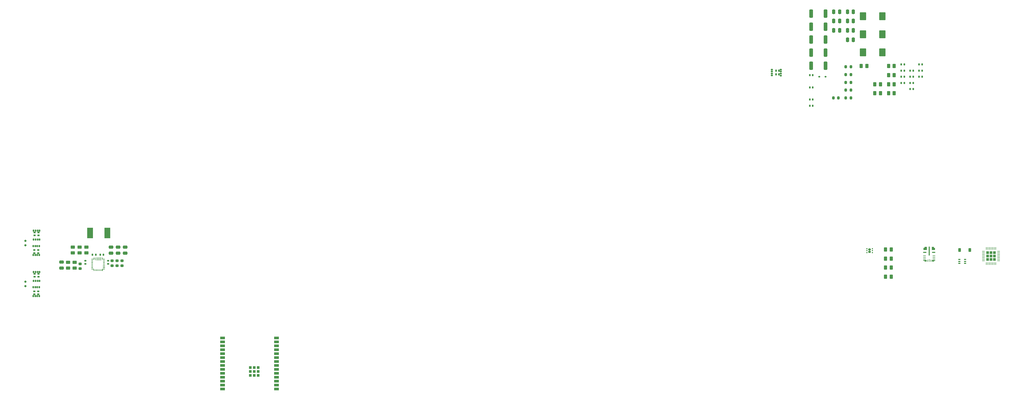
<source format=gbr>
%TF.GenerationSoftware,KiCad,Pcbnew,8.0.6*%
%TF.CreationDate,2025-01-24T16:12:18-05:00*%
%TF.ProjectId,SCAN,5343414e-2e6b-4696-9361-645f70636258,v1.0*%
%TF.SameCoordinates,Original*%
%TF.FileFunction,Paste,Top*%
%TF.FilePolarity,Positive*%
%FSLAX46Y46*%
G04 Gerber Fmt 4.6, Leading zero omitted, Abs format (unit mm)*
G04 Created by KiCad (PCBNEW 8.0.6) date 2025-01-24 16:12:18*
%MOMM*%
%LPD*%
G01*
G04 APERTURE LIST*
G04 Aperture macros list*
%AMRoundRect*
0 Rectangle with rounded corners*
0 $1 Rounding radius*
0 $2 $3 $4 $5 $6 $7 $8 $9 X,Y pos of 4 corners*
0 Add a 4 corners polygon primitive as box body*
4,1,4,$2,$3,$4,$5,$6,$7,$8,$9,$2,$3,0*
0 Add four circle primitives for the rounded corners*
1,1,$1+$1,$2,$3*
1,1,$1+$1,$4,$5*
1,1,$1+$1,$6,$7*
1,1,$1+$1,$8,$9*
0 Add four rect primitives between the rounded corners*
20,1,$1+$1,$2,$3,$4,$5,0*
20,1,$1+$1,$4,$5,$6,$7,0*
20,1,$1+$1,$6,$7,$8,$9,0*
20,1,$1+$1,$8,$9,$2,$3,0*%
G04 Aperture macros list end*
%ADD10C,0.000000*%
%ADD11RoundRect,0.250000X0.475000X-0.250000X0.475000X0.250000X-0.475000X0.250000X-0.475000X-0.250000X0*%
%ADD12RoundRect,0.140000X-0.170000X0.140000X-0.170000X-0.140000X0.170000X-0.140000X0.170000X0.140000X0*%
%ADD13RoundRect,0.250000X-0.362500X-1.075000X0.362500X-1.075000X0.362500X1.075000X-0.362500X1.075000X0*%
%ADD14RoundRect,0.200000X-0.200000X-0.275000X0.200000X-0.275000X0.200000X0.275000X-0.200000X0.275000X0*%
%ADD15RoundRect,0.140000X0.140000X0.170000X-0.140000X0.170000X-0.140000X-0.170000X0.140000X-0.170000X0*%
%ADD16RoundRect,0.250000X-0.262500X-0.450000X0.262500X-0.450000X0.262500X0.450000X-0.262500X0.450000X0*%
%ADD17R,1.074999X0.399999*%
%ADD18R,0.825000X0.249999*%
%ADD19R,0.249999X0.675000*%
%ADD20R,0.249999X0.825000*%
%ADD21R,0.349999X2.975000*%
%ADD22R,0.738000X0.570000*%
%ADD23RoundRect,0.125000X0.125000X-0.190000X0.125000X0.190000X-0.125000X0.190000X-0.125000X-0.190000X0*%
%ADD24RoundRect,0.225000X0.250000X-0.225000X0.250000X0.225000X-0.250000X0.225000X-0.250000X-0.225000X0*%
%ADD25RoundRect,0.250000X-0.250000X-0.475000X0.250000X-0.475000X0.250000X0.475000X-0.250000X0.475000X0*%
%ADD26RoundRect,0.250000X0.450000X-0.262500X0.450000X0.262500X-0.450000X0.262500X-0.450000X-0.262500X0*%
%ADD27RoundRect,0.135000X-0.135000X-0.185000X0.135000X-0.185000X0.135000X0.185000X-0.135000X0.185000X0*%
%ADD28R,1.498600X0.889000*%
%ADD29R,0.812800X0.812800*%
%ADD30RoundRect,0.250000X-0.475000X0.250000X-0.475000X-0.250000X0.475000X-0.250000X0.475000X0.250000X0*%
%ADD31RoundRect,0.225000X-0.225000X-0.375000X0.225000X-0.375000X0.225000X0.375000X-0.225000X0.375000X0*%
%ADD32RoundRect,0.225000X-0.250000X0.225000X-0.250000X-0.225000X0.250000X-0.225000X0.250000X0.225000X0*%
%ADD33RoundRect,0.140000X-0.140000X-0.170000X0.140000X-0.170000X0.140000X0.170000X-0.140000X0.170000X0*%
%ADD34RoundRect,0.135000X-0.185000X0.135000X-0.185000X-0.135000X0.185000X-0.135000X0.185000X0.135000X0*%
%ADD35RoundRect,0.250000X-0.787500X-1.025000X0.787500X-1.025000X0.787500X1.025000X-0.787500X1.025000X0*%
%ADD36R,1.850000X3.400000*%
%ADD37RoundRect,0.250000X-0.450000X0.262500X-0.450000X-0.262500X0.450000X-0.262500X0.450000X0.262500X0*%
%ADD38C,0.191587*%
%ADD39R,0.599999X0.200000*%
%ADD40C,0.157503*%
%ADD41R,0.200000X0.599999*%
%ADD42C,0.175011*%
%ADD43R,0.700001X0.200000*%
%ADD44R,0.650001X0.200000*%
%ADD45R,0.680001X0.200000*%
%ADD46R,0.200000X1.000000*%
%ADD47R,0.200000X0.950001*%
%ADD48RoundRect,0.150000X-0.200000X0.150000X-0.200000X-0.150000X0.200000X-0.150000X0.200000X0.150000X0*%
%ADD49RoundRect,0.225000X-0.225000X-0.225000X0.225000X-0.225000X0.225000X0.225000X-0.225000X0.225000X0*%
%ADD50RoundRect,0.062500X-0.337500X-0.062500X0.337500X-0.062500X0.337500X0.062500X-0.337500X0.062500X0*%
%ADD51RoundRect,0.062500X-0.062500X-0.337500X0.062500X-0.337500X0.062500X0.337500X-0.062500X0.337500X0*%
%ADD52RoundRect,0.112500X-0.187500X-0.112500X0.187500X-0.112500X0.187500X0.112500X-0.187500X0.112500X0*%
%ADD53RoundRect,0.125000X-0.125000X0.190000X-0.125000X-0.190000X0.125000X-0.190000X0.125000X0.190000X0*%
%ADD54RoundRect,0.100000X-0.225000X-0.100000X0.225000X-0.100000X0.225000X0.100000X-0.225000X0.100000X0*%
%ADD55R,0.570000X0.738000*%
%ADD56RoundRect,0.125000X-0.190000X-0.125000X0.190000X-0.125000X0.190000X0.125000X-0.190000X0.125000X0*%
%ADD57RoundRect,0.160000X-0.245000X-0.160000X0.245000X-0.160000X0.245000X0.160000X-0.245000X0.160000X0*%
%ADD58RoundRect,0.093750X-0.093750X-0.106250X0.093750X-0.106250X0.093750X0.106250X-0.093750X0.106250X0*%
G04 APERTURE END LIST*
D10*
%TO.C,U3*%
G36*
X359200803Y-109300799D02*
G01*
X359200803Y-109700798D01*
X359150803Y-109750798D01*
X358530801Y-109750798D01*
X358480802Y-109700798D01*
X358480802Y-109500798D01*
X358430802Y-109450798D01*
X358150802Y-109450798D01*
X358100802Y-109400798D01*
X358100802Y-109300799D01*
X358150802Y-109250799D01*
X359150803Y-109250799D01*
X359200803Y-109300799D01*
G37*
G36*
X359250803Y-105010800D02*
G01*
X359250803Y-105950798D01*
X359200803Y-106000798D01*
X358260802Y-106000798D01*
X358210802Y-105950798D01*
X358210802Y-105360799D01*
X358260802Y-105310799D01*
X358460802Y-105310799D01*
X358510802Y-105260799D01*
X358510802Y-105010800D01*
X358560801Y-104960800D01*
X359200803Y-104960800D01*
X359250803Y-105010800D01*
G37*
G36*
X361590800Y-105010800D02*
G01*
X361590800Y-105260799D01*
X361640800Y-105310799D01*
X361840800Y-105310799D01*
X361890800Y-105360799D01*
X361890800Y-105950798D01*
X361840800Y-106000798D01*
X360900799Y-106000798D01*
X360850799Y-105950798D01*
X360850799Y-105010800D01*
X360900799Y-104960800D01*
X361540801Y-104960800D01*
X361590800Y-105010800D01*
G37*
G36*
X362000800Y-109300799D02*
G01*
X362000800Y-109400798D01*
X361950800Y-109450798D01*
X361670800Y-109450798D01*
X361620800Y-109500798D01*
X361620800Y-109700798D01*
X361570801Y-109750798D01*
X360950799Y-109750798D01*
X360900799Y-109700798D01*
X360900799Y-109300799D01*
X360950799Y-109250799D01*
X361950800Y-109250799D01*
X362000800Y-109300799D01*
G37*
%TO.C,U7*%
G36*
X90050003Y-108450000D02*
G01*
X90050000Y-109050002D01*
X90000000Y-109100004D01*
X89149999Y-109100001D01*
X89100002Y-109050002D01*
X89100002Y-108950002D01*
X89150002Y-108900002D01*
X89850000Y-108900002D01*
X89850000Y-108450000D01*
X89900000Y-108400000D01*
X90000000Y-108400000D01*
X90050003Y-108450000D01*
G37*
G36*
X90000000Y-112150000D02*
G01*
X90000000Y-112750002D01*
X89950000Y-112800002D01*
X89850000Y-112800002D01*
X89800000Y-112750002D01*
X89800000Y-112300000D01*
X89150002Y-112300000D01*
X89100002Y-112250000D01*
X89100002Y-112150000D01*
X89149999Y-112100001D01*
X89950000Y-112100001D01*
X90000000Y-112150000D01*
G37*
G36*
X92750000Y-108450000D02*
G01*
X92750000Y-108900002D01*
X93449998Y-108900002D01*
X93499998Y-108950002D01*
X93499998Y-109050002D01*
X93450001Y-109100001D01*
X92600000Y-109100004D01*
X92550000Y-109050002D01*
X92549997Y-108450000D01*
X92600000Y-108400000D01*
X92700000Y-108400000D01*
X92750000Y-108450000D01*
G37*
G36*
X93450001Y-112100001D02*
G01*
X93499998Y-112150000D01*
X93499998Y-112250000D01*
X93449998Y-112300000D01*
X92800000Y-112300000D01*
X92800000Y-112750002D01*
X92750000Y-112799999D01*
X92650000Y-112800002D01*
X92599997Y-112750002D01*
X92600000Y-112150000D01*
X92650000Y-112099998D01*
X93450001Y-112100001D01*
G37*
%TD*%
D11*
%TO.C,C79*%
X79500000Y-111842500D03*
X79500000Y-109942500D03*
%TD*%
D12*
%TO.C,C32*%
X94500000Y-109500000D03*
X94500000Y-110460000D03*
%TD*%
D13*
%TO.C,R5*%
X321857500Y-29560000D03*
X326482500Y-29560000D03*
%TD*%
D14*
%TO.C,R3*%
X329055000Y-56810000D03*
X330705000Y-56810000D03*
%TD*%
D15*
%TO.C,C12*%
X92990000Y-107500000D03*
X92030000Y-107500000D03*
%TD*%
D16*
%TO.C,R57*%
X345922500Y-111725000D03*
X347747500Y-111725000D03*
%TD*%
D17*
%TO.C,U3*%
X358637802Y-106800801D03*
D18*
X358512801Y-107875800D03*
X358512801Y-108375799D03*
X358512801Y-108875801D03*
D19*
X359550802Y-109463801D03*
D20*
X360050801Y-109388799D03*
D19*
X360550800Y-109463801D03*
D18*
X361588801Y-108875801D03*
X361588801Y-108375799D03*
X361588801Y-107875800D03*
D17*
X361463800Y-106800801D03*
D21*
X360050801Y-106387800D03*
%TD*%
D22*
%TO.C,Q8*%
X70780000Y-114645000D03*
X72000000Y-114645000D03*
X70780000Y-113695000D03*
X72000000Y-113695000D03*
D23*
X70417500Y-113115000D03*
X71060000Y-113115000D03*
X71720000Y-113115000D03*
X72362500Y-113115000D03*
X70420000Y-115995000D03*
X71060000Y-115995000D03*
X71720000Y-115995000D03*
X72360000Y-115995000D03*
%TD*%
D22*
%TO.C,Q2*%
X70780000Y-101285000D03*
X72000000Y-101285000D03*
X70780000Y-100335000D03*
X72000000Y-100335000D03*
D23*
X70417500Y-99755000D03*
X71060000Y-99755000D03*
X71720000Y-99755000D03*
X72362500Y-99755000D03*
X70420000Y-102635000D03*
X71060000Y-102635000D03*
X71720000Y-102635000D03*
X72360000Y-102635000D03*
%TD*%
D24*
%TO.C,C5*%
X85500000Y-112050000D03*
X85500000Y-110500000D03*
%TD*%
D25*
%TO.C,C7*%
X329150000Y-28960000D03*
X331050000Y-28960000D03*
%TD*%
%TO.C,C16*%
X333600000Y-28960000D03*
X335500000Y-28960000D03*
%TD*%
D26*
%TO.C,C81*%
X83656666Y-111825000D03*
X83656666Y-110000000D03*
%TD*%
D13*
%TO.C,R12*%
X321857500Y-33770000D03*
X326482500Y-33770000D03*
%TD*%
D16*
%TO.C,R56*%
X345922500Y-108775000D03*
X347747500Y-108775000D03*
%TD*%
D27*
%TO.C,C22*%
X350950000Y-51970000D03*
X351970000Y-51970000D03*
%TD*%
D28*
%TO.C,U1*%
X149000000Y-151000000D03*
X149000000Y-149730000D03*
X149000000Y-148460000D03*
X149000000Y-147190000D03*
X149000000Y-145920000D03*
X149000000Y-144650000D03*
X149000000Y-143380000D03*
X149000000Y-142110000D03*
X149000000Y-140840000D03*
X149000000Y-139570000D03*
X149000000Y-138300000D03*
X149000000Y-137030000D03*
X149000000Y-135760000D03*
X149000000Y-134490000D03*
X131500000Y-134490000D03*
X131500000Y-135760000D03*
X131500000Y-137030000D03*
X131500000Y-138300000D03*
X131500000Y-139570000D03*
X131500000Y-140840000D03*
X131500000Y-142110000D03*
X131500000Y-143380000D03*
X131500000Y-144650000D03*
X131500000Y-145920000D03*
X131500000Y-147190000D03*
X131500000Y-148460000D03*
X131500000Y-149730000D03*
X131500000Y-151000000D03*
D29*
X141755000Y-145280000D03*
X143005000Y-146530000D03*
X143005000Y-145280000D03*
X143005000Y-144030000D03*
X141755000Y-144030000D03*
X140505000Y-144030000D03*
X140505000Y-145280000D03*
X140505000Y-146530000D03*
X141755000Y-146530000D03*
%TD*%
D27*
%TO.C,R10*%
X353860000Y-53960000D03*
X354880000Y-53960000D03*
%TD*%
%TO.C,R60*%
X356770000Y-49980000D03*
X357790000Y-49980000D03*
%TD*%
D30*
%TO.C,C13*%
X95500000Y-105100000D03*
X95500000Y-107000000D03*
%TD*%
D27*
%TO.C,R13*%
X356770000Y-46000000D03*
X357790000Y-46000000D03*
%TD*%
%TO.C,C87*%
X353860000Y-49980000D03*
X354880000Y-49980000D03*
%TD*%
D31*
%TO.C,D8*%
X369870000Y-106025000D03*
X373170000Y-106025000D03*
%TD*%
D16*
%TO.C,C84*%
X342477500Y-52380000D03*
X344302500Y-52380000D03*
%TD*%
D13*
%TO.C,R16*%
X321857500Y-37980000D03*
X326482500Y-37980000D03*
%TD*%
D32*
%TO.C,C26*%
X97410000Y-109500000D03*
X97410000Y-111050000D03*
%TD*%
D16*
%TO.C,R62*%
X346887500Y-52380000D03*
X348712500Y-52380000D03*
%TD*%
D33*
%TO.C,C34*%
X321420000Y-57370000D03*
X322380000Y-57370000D03*
%TD*%
D25*
%TO.C,C8*%
X329150000Y-31970000D03*
X331050000Y-31970000D03*
%TD*%
D13*
%TO.C,R59*%
X321857500Y-46400000D03*
X326482500Y-46400000D03*
%TD*%
D16*
%TO.C,R25*%
X345922500Y-105825000D03*
X347747500Y-105825000D03*
%TD*%
D34*
%TO.C,C82*%
X87147500Y-109480000D03*
X87147500Y-110500000D03*
%TD*%
D13*
%TO.C,R17*%
X321857500Y-42190000D03*
X326482500Y-42190000D03*
%TD*%
D35*
%TO.C,C19*%
X338632500Y-42080000D03*
X344857500Y-42080000D03*
%TD*%
D25*
%TO.C,C18*%
X333600000Y-34980000D03*
X335500000Y-34980000D03*
%TD*%
D35*
%TO.C,C4*%
X338632500Y-36230000D03*
X344857500Y-36230000D03*
%TD*%
D25*
%TO.C,C17*%
X333600000Y-31970000D03*
X335500000Y-31970000D03*
%TD*%
D27*
%TO.C,R30*%
X356770000Y-47990000D03*
X357790000Y-47990000D03*
%TD*%
D36*
%TO.C,L1*%
X88725000Y-100500000D03*
X94275000Y-100500000D03*
%TD*%
D37*
%TO.C,C33*%
X83100000Y-105117500D03*
X83100000Y-106942500D03*
%TD*%
D16*
%TO.C,C10*%
X338067500Y-46480000D03*
X339892500Y-46480000D03*
%TD*%
D38*
%TO.C,U7*%
X89931255Y-108968752D03*
D39*
X89400001Y-109400001D03*
X89400001Y-109800000D03*
X89400001Y-110200002D03*
X89400001Y-110600001D03*
X89400001Y-111000000D03*
X89400001Y-111400002D03*
X89400001Y-111800001D03*
D40*
X89887501Y-112362502D03*
D41*
X90299999Y-112500000D03*
X90700001Y-112500000D03*
X91100000Y-112500000D03*
X91500000Y-112500000D03*
X91899999Y-112500000D03*
X92300001Y-112500000D03*
D42*
X92731249Y-112231250D03*
D43*
X93149999Y-111800001D03*
D44*
X93175000Y-111399999D03*
D45*
X93159999Y-111000000D03*
D39*
X93199999Y-110600001D03*
X93199999Y-110200002D03*
X93199999Y-109800000D03*
X93199999Y-109400001D03*
D42*
X92681249Y-108968752D03*
D46*
X92200001Y-108900002D03*
X91749999Y-108900002D03*
X91300000Y-108900002D03*
X90850001Y-108900002D03*
D47*
X90399999Y-108875001D03*
%TD*%
D16*
%TO.C,R24*%
X346887500Y-49430000D03*
X348712500Y-49430000D03*
%TD*%
D14*
%TO.C,R4*%
X333065000Y-46770000D03*
X334715000Y-46770000D03*
%TD*%
D48*
%TO.C,D12*%
X67800000Y-104450000D03*
X67800000Y-103050000D03*
%TD*%
D27*
%TO.C,C11*%
X350950000Y-46000000D03*
X351970000Y-46000000D03*
%TD*%
D25*
%TO.C,C9*%
X329150000Y-34980000D03*
X331050000Y-34980000D03*
%TD*%
D27*
%TO.C,C21*%
X350950000Y-49980000D03*
X351970000Y-49980000D03*
%TD*%
D32*
%TO.C,C29*%
X99000000Y-109500000D03*
X99000000Y-111050000D03*
%TD*%
D25*
%TO.C,C78*%
X333600000Y-37990000D03*
X335500000Y-37990000D03*
%TD*%
D14*
%TO.C,R9*%
X333065000Y-51790000D03*
X334715000Y-51790000D03*
%TD*%
D49*
%TO.C,U10*%
X378895000Y-106855000D03*
X378895000Y-107975000D03*
X378895000Y-109095000D03*
X380015000Y-106855000D03*
X380015000Y-107975000D03*
X380015000Y-109095000D03*
X381135000Y-106855000D03*
X381135000Y-107975000D03*
X381135000Y-109095000D03*
D50*
X377565000Y-106475000D03*
X377565000Y-106975000D03*
X377565000Y-107475000D03*
X377565000Y-107975000D03*
X377565000Y-108475000D03*
X377565000Y-108975000D03*
X377565000Y-109475000D03*
D51*
X378515000Y-110425000D03*
X379015000Y-110425000D03*
X379515000Y-110425000D03*
X380015000Y-110425000D03*
X380515000Y-110425000D03*
X381015000Y-110425000D03*
X381515000Y-110425000D03*
D50*
X382465000Y-109475000D03*
X382465000Y-108975000D03*
X382465000Y-108475000D03*
X382465000Y-107975000D03*
X382465000Y-107475000D03*
X382465000Y-106975000D03*
X382465000Y-106475000D03*
D51*
X381515000Y-105525000D03*
X381015000Y-105525000D03*
X380515000Y-105525000D03*
X380015000Y-105525000D03*
X379515000Y-105525000D03*
X379015000Y-105525000D03*
X378515000Y-105525000D03*
%TD*%
D52*
%TO.C,D13*%
X324455000Y-49980000D03*
X326555000Y-49980000D03*
%TD*%
D32*
%TO.C,C23*%
X95820000Y-109500000D03*
X95820000Y-111050000D03*
%TD*%
D37*
%TO.C,C30*%
X87500000Y-105117500D03*
X87500000Y-106942500D03*
%TD*%
D33*
%TO.C,C83*%
X321420000Y-59340000D03*
X322380000Y-59340000D03*
%TD*%
D22*
%TO.C,Q7*%
X71905000Y-106050000D03*
X70685000Y-106050000D03*
X71905000Y-107000000D03*
X70685000Y-107000000D03*
D53*
X72267500Y-107580000D03*
X71625000Y-107580000D03*
X70965000Y-107580000D03*
X70322500Y-107580000D03*
X72265000Y-104700000D03*
X71625000Y-104700000D03*
X70965000Y-104700000D03*
X70325000Y-104700000D03*
%TD*%
D37*
%TO.C,C31*%
X85300000Y-105117500D03*
X85300000Y-106942500D03*
%TD*%
D33*
%TO.C,C27*%
X321420000Y-53430000D03*
X322380000Y-53430000D03*
%TD*%
D30*
%TO.C,C15*%
X100000000Y-105100000D03*
X100000000Y-107000000D03*
%TD*%
D35*
%TO.C,C3*%
X338632500Y-30380000D03*
X344857500Y-30380000D03*
%TD*%
D27*
%TO.C,C28*%
X89490000Y-107500000D03*
X90510000Y-107500000D03*
%TD*%
D26*
%TO.C,C80*%
X81593333Y-111825000D03*
X81593333Y-110000000D03*
%TD*%
D48*
%TO.C,D1*%
X67800000Y-117670000D03*
X67800000Y-116270000D03*
%TD*%
D30*
%TO.C,C14*%
X97750000Y-105100000D03*
X97750000Y-107000000D03*
%TD*%
D14*
%TO.C,R7*%
X333065000Y-49280000D03*
X334715000Y-49280000D03*
%TD*%
D33*
%TO.C,C6*%
X321420000Y-49490000D03*
X322380000Y-49490000D03*
%TD*%
D14*
%TO.C,R15*%
X333065000Y-54300000D03*
X334715000Y-54300000D03*
%TD*%
D54*
%TO.C,Q5*%
X369775000Y-109050000D03*
X369775000Y-109700000D03*
X369775000Y-110350000D03*
X371675000Y-110350000D03*
X371675000Y-109700000D03*
X371675000Y-109050000D03*
%TD*%
D22*
%TO.C,Q9*%
X71905000Y-119410000D03*
X70685000Y-119410000D03*
X71905000Y-120360000D03*
X70685000Y-120360000D03*
D53*
X72267500Y-120940000D03*
X71625000Y-120940000D03*
X70965000Y-120940000D03*
X70322500Y-120940000D03*
X72265000Y-118060000D03*
X71625000Y-118060000D03*
X70965000Y-118060000D03*
X70325000Y-118060000D03*
%TD*%
D27*
%TO.C,C20*%
X350950000Y-47990000D03*
X351970000Y-47990000D03*
%TD*%
D16*
%TO.C,R14*%
X346887500Y-46480000D03*
X348712500Y-46480000D03*
%TD*%
%TO.C,R63*%
X346887500Y-55330000D03*
X348712500Y-55330000D03*
%TD*%
%TO.C,R61*%
X345922500Y-114675000D03*
X347747500Y-114675000D03*
%TD*%
D55*
%TO.C,Q10*%
X310500000Y-48000000D03*
X310500000Y-49220000D03*
X311450000Y-48000000D03*
X311450000Y-49220000D03*
D56*
X312030000Y-47637500D03*
X312030000Y-48280000D03*
X312030000Y-48940000D03*
X312030000Y-49582500D03*
X309150000Y-47640000D03*
X309150000Y-48280000D03*
X309150000Y-48940000D03*
X309150000Y-49580000D03*
%TD*%
D27*
%TO.C,C85*%
X353860000Y-47990000D03*
X354880000Y-47990000D03*
%TD*%
%TO.C,R8*%
X353860000Y-51970000D03*
X354880000Y-51970000D03*
%TD*%
D14*
%TO.C,R64*%
X333065000Y-56810000D03*
X334715000Y-56810000D03*
%TD*%
D57*
%TO.C,U11*%
X340780000Y-105800000D03*
X340780000Y-106600000D03*
D58*
X339892500Y-105550000D03*
X339892500Y-106200000D03*
X339892500Y-106850000D03*
X341667500Y-106850000D03*
X341667500Y-106200000D03*
X341667500Y-105550000D03*
%TD*%
D16*
%TO.C,R11*%
X342477500Y-55330000D03*
X344302500Y-55330000D03*
%TD*%
M02*

</source>
